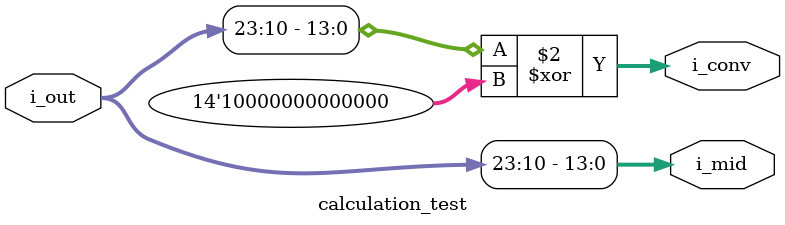
<source format=v>


module calculation_test(i_out,i_mid,i_conv);
    input wire [31:0] i_out;
    output wire [13:0] i_mid;
    output wire [13:0] i_conv;
    
    assign i_mid = i_out >>> 10;
    assign i_conv = i_mid ^ 14'b10_0000_0000_0000;
    
endmodule

</source>
